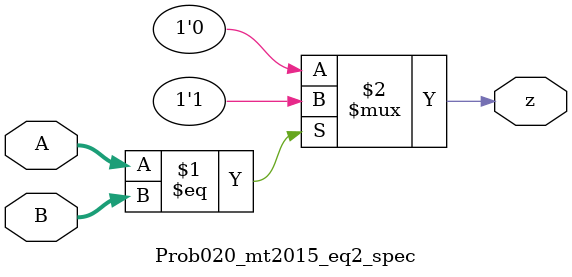
<source format=v>
module Prob020_mt2015_eq2_spec(input [1:0] A, input [1:0] B, output [0:0] z);

    // Compare the bits of A and B and assign 1 to z if equal, otherwise 0
	assign z = (A == B) ? 1'b1 : 1'b0;

endmodule

</source>
